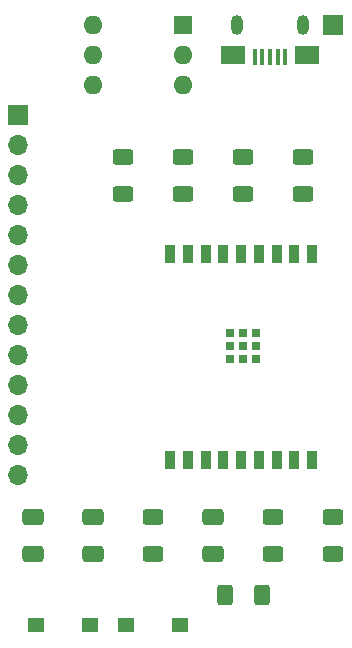
<source format=gbr>
%TF.GenerationSoftware,KiCad,Pcbnew,8.0.4-8.0.4-0~ubuntu22.04.1*%
%TF.CreationDate,2024-08-10T18:20:34+03:00*%
%TF.ProjectId,PM-ESPC3,504d2d45-5350-4433-932e-6b696361645f,rev?*%
%TF.SameCoordinates,Original*%
%TF.FileFunction,Soldermask,Top*%
%TF.FilePolarity,Negative*%
%FSLAX46Y46*%
G04 Gerber Fmt 4.6, Leading zero omitted, Abs format (unit mm)*
G04 Created by KiCad (PCBNEW 8.0.4-8.0.4-0~ubuntu22.04.1) date 2024-08-10 18:20:34*
%MOMM*%
%LPD*%
G01*
G04 APERTURE LIST*
G04 Aperture macros list*
%AMRoundRect*
0 Rectangle with rounded corners*
0 $1 Rounding radius*
0 $2 $3 $4 $5 $6 $7 $8 $9 X,Y pos of 4 corners*
0 Add a 4 corners polygon primitive as box body*
4,1,4,$2,$3,$4,$5,$6,$7,$8,$9,$2,$3,0*
0 Add four circle primitives for the rounded corners*
1,1,$1+$1,$2,$3*
1,1,$1+$1,$4,$5*
1,1,$1+$1,$6,$7*
1,1,$1+$1,$8,$9*
0 Add four rect primitives between the rounded corners*
20,1,$1+$1,$2,$3,$4,$5,0*
20,1,$1+$1,$4,$5,$6,$7,0*
20,1,$1+$1,$6,$7,$8,$9,0*
20,1,$1+$1,$8,$9,$2,$3,0*%
G04 Aperture macros list end*
%ADD10R,1.346200X1.244600*%
%ADD11RoundRect,0.250000X-0.650000X0.412500X-0.650000X-0.412500X0.650000X-0.412500X0.650000X0.412500X0*%
%ADD12R,0.889000X1.498600*%
%ADD13R,0.711200X0.711200*%
%ADD14R,0.406400X1.350000*%
%ADD15R,2.108200X1.600200*%
%ADD16O,1.000000X1.700000*%
%ADD17RoundRect,0.250000X-0.625000X0.400000X-0.625000X-0.400000X0.625000X-0.400000X0.625000X0.400000X0*%
%ADD18RoundRect,0.250000X0.400000X0.625000X-0.400000X0.625000X-0.400000X-0.625000X0.400000X-0.625000X0*%
%ADD19RoundRect,0.250000X0.625000X-0.400000X0.625000X0.400000X-0.625000X0.400000X-0.625000X-0.400000X0*%
%ADD20RoundRect,0.250000X0.650000X-0.412500X0.650000X0.412500X-0.650000X0.412500X-0.650000X-0.412500X0*%
%ADD21R,1.600000X1.600000*%
%ADD22O,1.600000X1.600000*%
%ADD23R,1.700000X1.700000*%
%ADD24O,1.700000X1.700000*%
G04 APERTURE END LIST*
D10*
%TO.C,SW2*%
X61214000Y-121920000D03*
X65786000Y-121920000D03*
%TD*%
D11*
%TO.C,C1*%
X76200000Y-112737500D03*
X76200000Y-115862500D03*
%TD*%
D12*
%TO.C,U1*%
X72540002Y-107950000D03*
X74040001Y-107950000D03*
X75540001Y-107950000D03*
X77040000Y-107950000D03*
X78540000Y-107950000D03*
X80040000Y-107950000D03*
X81540002Y-107950000D03*
X83040001Y-107950000D03*
X84540001Y-107950000D03*
X84539998Y-90450000D03*
X83039999Y-90450000D03*
X81539999Y-90450000D03*
X80040000Y-90450000D03*
X78540000Y-90450000D03*
X77040000Y-90450000D03*
X75539998Y-90450000D03*
X74039999Y-90450000D03*
X72539999Y-90450000D03*
D13*
X77640000Y-99340000D03*
X78740000Y-99340000D03*
X79840000Y-99340000D03*
X77640000Y-98240000D03*
X78740000Y-98240000D03*
X79840000Y-98240000D03*
X77640000Y-97140000D03*
X78740000Y-97140000D03*
X79840000Y-97140000D03*
%TD*%
D14*
%TO.C,J1*%
X82295000Y-73795108D03*
X81645014Y-73795108D03*
X80995028Y-73795108D03*
X80345042Y-73795108D03*
D15*
X84095027Y-73670000D03*
D16*
X83820029Y-71119992D03*
D14*
X79695056Y-73795108D03*
D16*
X78170027Y-71119992D03*
D15*
X77895029Y-73670000D03*
%TD*%
D17*
%TO.C,R7*%
X73660000Y-82270000D03*
X73660000Y-85370000D03*
%TD*%
%TO.C,R5*%
X83820000Y-82270000D03*
X83820000Y-85370000D03*
%TD*%
D18*
%TO.C,R4*%
X80290000Y-119380000D03*
X77190000Y-119380000D03*
%TD*%
D11*
%TO.C,C3*%
X60960000Y-112737500D03*
X60960000Y-115862500D03*
%TD*%
D19*
%TO.C,R2*%
X81280000Y-115850000D03*
X81280000Y-112750000D03*
%TD*%
%TO.C,R3*%
X86360000Y-115850000D03*
X86360000Y-112750000D03*
%TD*%
D10*
%TO.C,SW1*%
X68834000Y-121920000D03*
X73406000Y-121920000D03*
%TD*%
D17*
%TO.C,R6*%
X78740000Y-82270000D03*
X78740000Y-85370000D03*
%TD*%
D19*
%TO.C,R1*%
X71120000Y-115850000D03*
X71120000Y-112750000D03*
%TD*%
D20*
%TO.C,C2*%
X66040000Y-115862500D03*
X66040000Y-112737500D03*
%TD*%
D17*
%TO.C,R8*%
X68580000Y-82270000D03*
X68580000Y-85370000D03*
%TD*%
D21*
%TO.C,SW3*%
X73660000Y-71120000D03*
D22*
X73660000Y-73660000D03*
X73660000Y-76200000D03*
X66040000Y-76200000D03*
X66040000Y-73660000D03*
X66040000Y-71120000D03*
%TD*%
D23*
%TO.C,J2*%
X59690000Y-78740000D03*
D24*
X59690000Y-81280000D03*
X59690000Y-83820000D03*
X59690000Y-86360000D03*
X59690000Y-88900000D03*
X59690000Y-91440000D03*
X59690000Y-93980000D03*
X59690000Y-96520000D03*
X59690000Y-99060000D03*
X59690000Y-101600000D03*
X59690000Y-104140000D03*
X59690000Y-106680000D03*
X59690000Y-109220000D03*
%TD*%
D23*
%TO.C,J3*%
X86360000Y-71120000D03*
%TD*%
M02*

</source>
